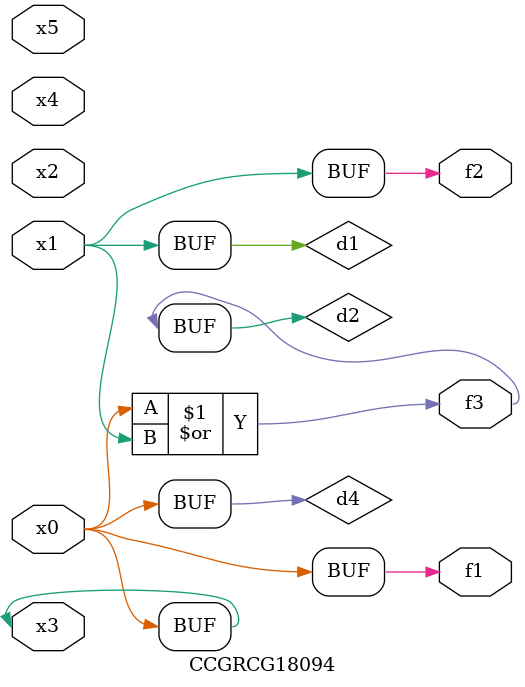
<source format=v>
module CCGRCG18094(
	input x0, x1, x2, x3, x4, x5,
	output f1, f2, f3
);

	wire d1, d2, d3, d4;

	and (d1, x1);
	or (d2, x0, x1);
	nand (d3, x0, x5);
	buf (d4, x0, x3);
	assign f1 = d4;
	assign f2 = d1;
	assign f3 = d2;
endmodule

</source>
